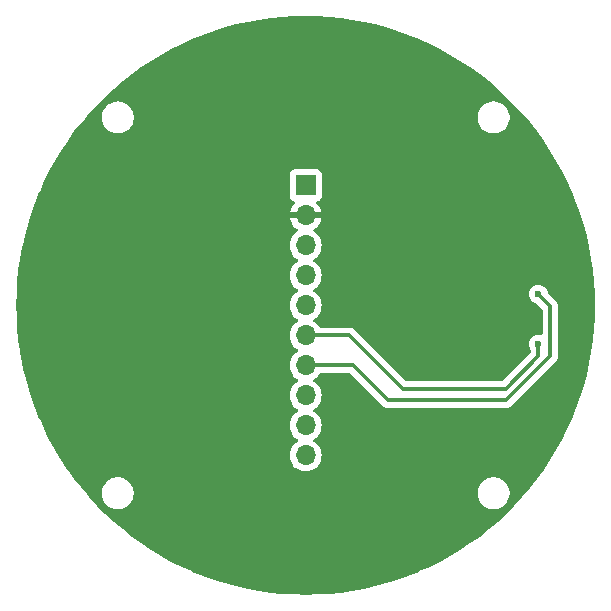
<source format=gbl>
G04 #@! TF.GenerationSoftware,KiCad,Pcbnew,8.0.1*
G04 #@! TF.CreationDate,2024-06-09T19:35:52+05:00*
G04 #@! TF.ProjectId,bno85,626e6f38-352e-46b6-9963-61645f706362,rev?*
G04 #@! TF.SameCoordinates,Original*
G04 #@! TF.FileFunction,Copper,L4,Bot*
G04 #@! TF.FilePolarity,Positive*
%FSLAX46Y46*%
G04 Gerber Fmt 4.6, Leading zero omitted, Abs format (unit mm)*
G04 Created by KiCad (PCBNEW 8.0.1) date 2024-06-09 19:35:52*
%MOMM*%
%LPD*%
G01*
G04 APERTURE LIST*
G04 #@! TA.AperFunction,ComponentPad*
%ADD10R,1.700000X1.700000*%
G04 #@! TD*
G04 #@! TA.AperFunction,ComponentPad*
%ADD11O,1.700000X1.700000*%
G04 #@! TD*
G04 #@! TA.AperFunction,ViaPad*
%ADD12C,0.600000*%
G04 #@! TD*
G04 #@! TA.AperFunction,Conductor*
%ADD13C,0.300000*%
G04 #@! TD*
G04 APERTURE END LIST*
D10*
X207050000Y-86540000D03*
D11*
X207050000Y-89080000D03*
X207050000Y-91619999D03*
X207050000Y-94160000D03*
X207050000Y-96700000D03*
X207050000Y-99240000D03*
X207050000Y-101780000D03*
X207050000Y-104320001D03*
X207050000Y-106860000D03*
X207050000Y-109400000D03*
D12*
X218850000Y-116720000D03*
X216310000Y-78620000D03*
X198530000Y-91320000D03*
X195990000Y-109100000D03*
X203610000Y-109100000D03*
X213770000Y-81160000D03*
X190250000Y-97750000D03*
X216310000Y-106560000D03*
X215000000Y-97600000D03*
X222500000Y-91000000D03*
X217750000Y-100250000D03*
X203610000Y-101480000D03*
X198530000Y-114180000D03*
X195990000Y-101480000D03*
X198530000Y-93860000D03*
X195990000Y-98940000D03*
X185830000Y-86240000D03*
X221390000Y-86240000D03*
X218850000Y-76080000D03*
X195990000Y-114180000D03*
X206150000Y-83700000D03*
X195990000Y-83700000D03*
X193450000Y-93860000D03*
X193450000Y-114180000D03*
X201070000Y-93860000D03*
X206150000Y-73540000D03*
X223930000Y-86240000D03*
X195990000Y-81160000D03*
X211230000Y-78620000D03*
X195990000Y-106560000D03*
X185830000Y-96400000D03*
X198530000Y-104020000D03*
X216310000Y-111640000D03*
X188370000Y-104020000D03*
X185830000Y-106560000D03*
X216310000Y-81160000D03*
X201070000Y-116720000D03*
X218850000Y-78620000D03*
X193450000Y-109100000D03*
X218850000Y-86240000D03*
X201070000Y-76080000D03*
X198530000Y-98940000D03*
X211230000Y-111640000D03*
X198530000Y-96400000D03*
X226470000Y-83700000D03*
X198530000Y-106560000D03*
X193450000Y-111640000D03*
X188370000Y-91320000D03*
X193450000Y-81160000D03*
X188370000Y-83700000D03*
X216310000Y-76080000D03*
X203610000Y-119260000D03*
X211230000Y-96400000D03*
X201070000Y-96400000D03*
X201070000Y-104020000D03*
X203610000Y-104020000D03*
X213770000Y-111640000D03*
X211230000Y-93860000D03*
X198530000Y-81160000D03*
X191650000Y-92600000D03*
X220493948Y-96257566D03*
X221390000Y-78620000D03*
X203610000Y-111640000D03*
X188370000Y-98940000D03*
X218850000Y-88780000D03*
X203610000Y-76080000D03*
X201070000Y-78620000D03*
X209500000Y-89250000D03*
X206150000Y-111640000D03*
X208690000Y-111640000D03*
X195990000Y-116720000D03*
X213770000Y-96400000D03*
X208690000Y-116720000D03*
X226470000Y-91320000D03*
X203610000Y-114180000D03*
X187800000Y-86074999D03*
X188370000Y-101480000D03*
X211230000Y-104020000D03*
X190910000Y-106560000D03*
X213770000Y-114180000D03*
X201070000Y-91320000D03*
X208690000Y-78620000D03*
X216310000Y-116720000D03*
X203610000Y-116720000D03*
X208690000Y-73540000D03*
X218850000Y-111640000D03*
X198530000Y-78620000D03*
X198530000Y-83700000D03*
X213770000Y-78620000D03*
X185830000Y-88780000D03*
X188370000Y-109100000D03*
X190910000Y-88780000D03*
X190910000Y-104020000D03*
X191500000Y-85500000D03*
X203610000Y-106560000D03*
X206150000Y-76080000D03*
X201070000Y-81160000D03*
X185830000Y-101480000D03*
X223930000Y-88780000D03*
X203610000Y-98940000D03*
X221390000Y-88780000D03*
X211230000Y-73540000D03*
X185830000Y-91320000D03*
X183290000Y-96400000D03*
X206150000Y-116720000D03*
X211230000Y-116720000D03*
X190910000Y-83700000D03*
X195990000Y-96400000D03*
X201070000Y-106560000D03*
X226470000Y-86240000D03*
X211230000Y-119260000D03*
X201070000Y-119260000D03*
X206150000Y-119260000D03*
X203610000Y-96400000D03*
X201070000Y-111640000D03*
X195990000Y-111640000D03*
X213770000Y-76080000D03*
X208690000Y-76080000D03*
X206150000Y-78620000D03*
X188370000Y-93860000D03*
X211230000Y-114180000D03*
X213770000Y-119260000D03*
X211230000Y-83700000D03*
X193450000Y-104020000D03*
X195990000Y-104020000D03*
X195990000Y-76080000D03*
X208690000Y-81160000D03*
X213770000Y-116720000D03*
X211230000Y-81160000D03*
X216310000Y-83700000D03*
X195990000Y-88780000D03*
X203610000Y-78620000D03*
X216310000Y-114180000D03*
X213770000Y-98940000D03*
X211230000Y-76080000D03*
X201070000Y-101480000D03*
X208690000Y-114180000D03*
X195990000Y-78620000D03*
X190910000Y-101480000D03*
X223930000Y-106560000D03*
X208690000Y-119260000D03*
X206150000Y-81160000D03*
X198530000Y-109100000D03*
X218850000Y-81160000D03*
X206150000Y-114180000D03*
X221390000Y-83700000D03*
X193450000Y-78620000D03*
X198530000Y-76080000D03*
X198530000Y-116720000D03*
X216310000Y-86240000D03*
X214400000Y-100500000D03*
X193450000Y-106560000D03*
X202500000Y-83250000D03*
X223930000Y-83700000D03*
X208690000Y-83700000D03*
X218850000Y-83700000D03*
X188370000Y-106560000D03*
X201070000Y-98940000D03*
X190910000Y-109100000D03*
X218850000Y-114180000D03*
X193450000Y-98940000D03*
X193450000Y-101480000D03*
X201070000Y-109100000D03*
X229010000Y-91320000D03*
X218850000Y-106560000D03*
X213770000Y-83700000D03*
X198530000Y-101480000D03*
X201070000Y-114180000D03*
X203610000Y-73540000D03*
X198530000Y-111640000D03*
X203610000Y-81160000D03*
X185830000Y-104020000D03*
X226750000Y-100000000D03*
X226750000Y-95750000D03*
D13*
X226750000Y-100000000D02*
X226750000Y-101000000D01*
X224000000Y-103750000D02*
X215250000Y-103750000D01*
X215250000Y-103750000D02*
X210740000Y-99240000D01*
X210740000Y-99240000D02*
X207050000Y-99240000D01*
X226750000Y-101000000D02*
X224000000Y-103750000D01*
X224000000Y-104750000D02*
X214000000Y-104750000D01*
X227750000Y-101000000D02*
X224000000Y-104750000D01*
X211030000Y-101780000D02*
X207050000Y-101780000D01*
X214000000Y-104750000D02*
X211030000Y-101780000D01*
X227750000Y-96750000D02*
X227750000Y-101000000D01*
X226750000Y-95750000D02*
X227750000Y-96750000D01*
G04 #@! TA.AperFunction,Conductor*
G36*
X208034027Y-72220319D02*
G01*
X208038954Y-72220517D01*
X209018919Y-72279794D01*
X209023860Y-72280193D01*
X210000617Y-72378879D01*
X210005551Y-72379478D01*
X210977534Y-72517412D01*
X210982431Y-72518208D01*
X211948078Y-72695170D01*
X211952963Y-72696167D01*
X212910684Y-72911863D01*
X212915511Y-72913053D01*
X213863819Y-73167152D01*
X213868568Y-73168528D01*
X214805844Y-73460594D01*
X214810506Y-73462150D01*
X215735317Y-73791741D01*
X215739942Y-73793496D01*
X216650690Y-74160040D01*
X216655229Y-74161973D01*
X217550476Y-74564891D01*
X217554979Y-74567028D01*
X218433264Y-75005661D01*
X218437664Y-75007970D01*
X219297571Y-75481611D01*
X219301876Y-75484096D01*
X220142031Y-75991986D01*
X220146200Y-75994623D01*
X220965219Y-76535930D01*
X220969320Y-76538760D01*
X221765881Y-77112608D01*
X221769834Y-77115579D01*
X222454371Y-77651880D01*
X222542642Y-77721036D01*
X222546510Y-77724195D01*
X223294250Y-78360225D01*
X223297989Y-78363536D01*
X224019580Y-79029222D01*
X224023181Y-79032682D01*
X224717317Y-79726818D01*
X224720777Y-79730419D01*
X225386463Y-80452010D01*
X225389774Y-80455749D01*
X226025804Y-81203489D01*
X226028963Y-81207357D01*
X226606986Y-81945148D01*
X226634405Y-81980145D01*
X226637396Y-81984126D01*
X227030612Y-82529950D01*
X227211232Y-82780670D01*
X227214069Y-82784780D01*
X227755360Y-83603773D01*
X227758029Y-83607994D01*
X228265897Y-84448113D01*
X228268394Y-84452438D01*
X228742023Y-85312324D01*
X228744344Y-85316746D01*
X229182967Y-86195011D01*
X229185108Y-86199523D01*
X229588014Y-87094743D01*
X229589971Y-87099337D01*
X229956498Y-88010043D01*
X229958267Y-88014709D01*
X230269144Y-88887007D01*
X230287834Y-88939448D01*
X230289415Y-88944186D01*
X230581464Y-89881408D01*
X230582854Y-89886204D01*
X230836943Y-90834477D01*
X230838138Y-90839326D01*
X231053831Y-91797032D01*
X231054830Y-91801925D01*
X231231788Y-92767551D01*
X231232589Y-92772481D01*
X231370519Y-93744436D01*
X231371121Y-93749393D01*
X231469804Y-94726120D01*
X231470206Y-94731098D01*
X231529480Y-95711014D01*
X231529681Y-95716004D01*
X231549449Y-96697503D01*
X231549449Y-96702497D01*
X231529681Y-97683995D01*
X231529480Y-97688985D01*
X231470206Y-98668901D01*
X231469804Y-98673879D01*
X231371121Y-99650606D01*
X231370519Y-99655563D01*
X231232589Y-100627518D01*
X231231788Y-100632448D01*
X231054830Y-101598074D01*
X231053831Y-101602967D01*
X230838138Y-102560673D01*
X230836943Y-102565522D01*
X230582854Y-103513795D01*
X230581464Y-103518591D01*
X230289415Y-104455813D01*
X230287834Y-104460551D01*
X229958269Y-105385287D01*
X229956498Y-105389956D01*
X229589971Y-106300662D01*
X229588014Y-106305256D01*
X229185108Y-107200476D01*
X229182967Y-107204988D01*
X228744344Y-108083253D01*
X228742023Y-108087675D01*
X228268394Y-108947561D01*
X228265897Y-108951886D01*
X227758029Y-109792005D01*
X227755360Y-109796226D01*
X227214069Y-110615219D01*
X227211232Y-110619329D01*
X226637405Y-111415862D01*
X226634405Y-111419854D01*
X226028963Y-112192642D01*
X226025804Y-112196510D01*
X225389774Y-112944250D01*
X225386463Y-112947989D01*
X224720777Y-113669580D01*
X224717317Y-113673181D01*
X224023181Y-114367317D01*
X224019580Y-114370777D01*
X223297989Y-115036463D01*
X223294250Y-115039774D01*
X222546510Y-115675804D01*
X222542642Y-115678963D01*
X221769854Y-116284405D01*
X221765862Y-116287405D01*
X220969329Y-116861232D01*
X220965219Y-116864069D01*
X220146226Y-117405360D01*
X220142005Y-117408029D01*
X219301886Y-117915897D01*
X219297561Y-117918394D01*
X218437675Y-118392023D01*
X218433253Y-118394344D01*
X217554988Y-118832967D01*
X217550476Y-118835108D01*
X216655256Y-119238014D01*
X216650662Y-119239971D01*
X215739956Y-119606498D01*
X215735287Y-119608269D01*
X214810551Y-119937834D01*
X214805813Y-119939415D01*
X213868591Y-120231464D01*
X213863795Y-120232854D01*
X212915522Y-120486943D01*
X212910673Y-120488138D01*
X211952967Y-120703831D01*
X211948074Y-120704830D01*
X210982448Y-120881788D01*
X210977518Y-120882589D01*
X210005563Y-121020519D01*
X210000606Y-121021121D01*
X209023879Y-121119804D01*
X209018901Y-121120206D01*
X208038985Y-121179480D01*
X208033995Y-121179681D01*
X207052497Y-121199449D01*
X207047503Y-121199449D01*
X206066004Y-121179681D01*
X206061014Y-121179480D01*
X205081098Y-121120206D01*
X205076120Y-121119804D01*
X204099393Y-121021121D01*
X204094436Y-121020519D01*
X203122481Y-120882589D01*
X203117551Y-120881788D01*
X202151925Y-120704830D01*
X202147032Y-120703831D01*
X201189326Y-120488138D01*
X201184477Y-120486943D01*
X200236204Y-120232854D01*
X200231408Y-120231464D01*
X199294186Y-119939415D01*
X199289464Y-119937839D01*
X198364709Y-119608267D01*
X198360043Y-119606498D01*
X197449337Y-119239971D01*
X197444743Y-119238014D01*
X196549523Y-118835108D01*
X196545011Y-118832967D01*
X195666746Y-118394344D01*
X195662324Y-118392023D01*
X194802438Y-117918394D01*
X194798113Y-117915897D01*
X194544922Y-117762838D01*
X193957982Y-117408021D01*
X193953786Y-117405368D01*
X193134780Y-116864069D01*
X193130670Y-116861232D01*
X192334137Y-116287405D01*
X192330157Y-116284414D01*
X191557357Y-115678963D01*
X191553489Y-115675804D01*
X190805749Y-115039774D01*
X190802010Y-115036463D01*
X190080419Y-114370777D01*
X190076818Y-114367317D01*
X189382682Y-113673181D01*
X189379222Y-113669580D01*
X188713536Y-112947989D01*
X188710225Y-112944250D01*
X188516235Y-112716188D01*
X189789597Y-112716188D01*
X189822850Y-112926141D01*
X189888541Y-113128316D01*
X189985048Y-113317722D01*
X190109987Y-113489688D01*
X190260310Y-113640011D01*
X190432276Y-113764950D01*
X190432278Y-113764951D01*
X190432281Y-113764953D01*
X190621685Y-113861459D01*
X190823854Y-113927148D01*
X191033810Y-113960402D01*
X191033811Y-113960402D01*
X191246383Y-113960402D01*
X191246384Y-113960402D01*
X191456340Y-113927148D01*
X191658509Y-113861459D01*
X191847913Y-113764953D01*
X191869886Y-113748988D01*
X192019883Y-113640011D01*
X192019885Y-113640008D01*
X192019889Y-113640006D01*
X192170201Y-113489694D01*
X192170203Y-113489690D01*
X192170206Y-113489688D01*
X192295145Y-113317722D01*
X192295144Y-113317722D01*
X192295148Y-113317718D01*
X192391654Y-113128314D01*
X192457343Y-112926145D01*
X192490597Y-112716189D01*
X192490597Y-112716188D01*
X221609402Y-112716188D01*
X221642655Y-112926141D01*
X221708346Y-113128316D01*
X221804853Y-113317722D01*
X221929792Y-113489688D01*
X222080115Y-113640011D01*
X222252081Y-113764950D01*
X222252083Y-113764951D01*
X222252086Y-113764953D01*
X222441490Y-113861459D01*
X222643659Y-113927148D01*
X222853615Y-113960402D01*
X222853616Y-113960402D01*
X223066188Y-113960402D01*
X223066189Y-113960402D01*
X223276145Y-113927148D01*
X223478314Y-113861459D01*
X223667718Y-113764953D01*
X223689691Y-113748988D01*
X223839688Y-113640011D01*
X223839690Y-113640008D01*
X223839694Y-113640006D01*
X223990006Y-113489694D01*
X223990008Y-113489690D01*
X223990011Y-113489688D01*
X224114950Y-113317722D01*
X224114949Y-113317722D01*
X224114953Y-113317718D01*
X224211459Y-113128314D01*
X224277148Y-112926145D01*
X224310402Y-112716189D01*
X224310402Y-112503615D01*
X224277148Y-112293659D01*
X224211459Y-112091490D01*
X224114953Y-111902086D01*
X224114951Y-111902083D01*
X224114950Y-111902081D01*
X223990011Y-111730115D01*
X223839688Y-111579792D01*
X223667722Y-111454853D01*
X223478316Y-111358346D01*
X223478315Y-111358345D01*
X223478314Y-111358345D01*
X223276145Y-111292656D01*
X223276143Y-111292655D01*
X223276142Y-111292655D01*
X223114859Y-111267110D01*
X223066189Y-111259402D01*
X222853615Y-111259402D01*
X222804944Y-111267110D01*
X222643662Y-111292655D01*
X222441487Y-111358346D01*
X222252081Y-111454853D01*
X222080115Y-111579792D01*
X221929792Y-111730115D01*
X221804853Y-111902081D01*
X221708346Y-112091487D01*
X221642655Y-112293662D01*
X221609402Y-112503615D01*
X221609402Y-112716188D01*
X192490597Y-112716188D01*
X192490597Y-112503615D01*
X192457343Y-112293659D01*
X192391654Y-112091490D01*
X192295148Y-111902086D01*
X192295146Y-111902083D01*
X192295145Y-111902081D01*
X192170206Y-111730115D01*
X192019883Y-111579792D01*
X191847917Y-111454853D01*
X191658511Y-111358346D01*
X191658510Y-111358345D01*
X191658509Y-111358345D01*
X191456340Y-111292656D01*
X191456338Y-111292655D01*
X191456337Y-111292655D01*
X191295054Y-111267110D01*
X191246384Y-111259402D01*
X191033810Y-111259402D01*
X190985139Y-111267110D01*
X190823857Y-111292655D01*
X190621682Y-111358346D01*
X190432276Y-111454853D01*
X190260310Y-111579792D01*
X190109987Y-111730115D01*
X189985048Y-111902081D01*
X189888541Y-112091487D01*
X189822850Y-112293662D01*
X189789597Y-112503615D01*
X189789597Y-112716188D01*
X188516235Y-112716188D01*
X188074195Y-112196510D01*
X188071036Y-112192642D01*
X187991786Y-112091487D01*
X187465579Y-111419834D01*
X187462608Y-111415881D01*
X186888760Y-110619320D01*
X186885930Y-110615219D01*
X186769131Y-110438498D01*
X186344623Y-109796200D01*
X186341986Y-109792031D01*
X186104996Y-109400000D01*
X205694341Y-109400000D01*
X205714936Y-109635403D01*
X205714938Y-109635413D01*
X205776094Y-109863655D01*
X205776096Y-109863659D01*
X205776097Y-109863663D01*
X205875965Y-110077830D01*
X205875967Y-110077834D01*
X205984281Y-110232521D01*
X206011505Y-110271401D01*
X206178599Y-110438495D01*
X206275384Y-110506265D01*
X206372165Y-110574032D01*
X206372167Y-110574033D01*
X206372170Y-110574035D01*
X206586337Y-110673903D01*
X206814592Y-110735063D01*
X207002918Y-110751539D01*
X207049999Y-110755659D01*
X207050000Y-110755659D01*
X207050001Y-110755659D01*
X207089234Y-110752226D01*
X207285408Y-110735063D01*
X207513663Y-110673903D01*
X207727830Y-110574035D01*
X207921401Y-110438495D01*
X208088495Y-110271401D01*
X208224035Y-110077830D01*
X208323903Y-109863663D01*
X208385063Y-109635408D01*
X208405659Y-109400000D01*
X208385063Y-109164592D01*
X208327497Y-108949750D01*
X208323905Y-108936344D01*
X208323904Y-108936343D01*
X208323903Y-108936337D01*
X208224035Y-108722171D01*
X208088495Y-108528599D01*
X208088494Y-108528597D01*
X207921402Y-108361506D01*
X207921396Y-108361501D01*
X207735842Y-108231575D01*
X207692217Y-108176998D01*
X207685023Y-108107500D01*
X207716546Y-108045145D01*
X207735842Y-108028425D01*
X207758026Y-108012891D01*
X207921401Y-107898495D01*
X208088495Y-107731401D01*
X208224035Y-107537830D01*
X208323903Y-107323663D01*
X208385063Y-107095408D01*
X208405659Y-106860000D01*
X208385063Y-106624592D01*
X208323903Y-106396337D01*
X208224035Y-106182171D01*
X208088495Y-105988599D01*
X208088494Y-105988597D01*
X207921402Y-105821506D01*
X207921401Y-105821505D01*
X207735842Y-105691575D01*
X207692218Y-105636998D01*
X207685025Y-105567499D01*
X207716547Y-105505145D01*
X207735843Y-105488425D01*
X207861413Y-105400500D01*
X207921401Y-105358496D01*
X208088495Y-105191402D01*
X208224035Y-104997831D01*
X208323903Y-104783664D01*
X208385063Y-104555409D01*
X208405659Y-104320001D01*
X208385063Y-104084593D01*
X208323903Y-103856338D01*
X208224035Y-103642172D01*
X208210753Y-103623202D01*
X208088494Y-103448598D01*
X207921402Y-103281507D01*
X207921401Y-103281506D01*
X207735840Y-103151575D01*
X207692216Y-103096998D01*
X207685023Y-103027499D01*
X207716545Y-102965145D01*
X207735837Y-102948428D01*
X207921401Y-102818495D01*
X208088495Y-102651401D01*
X208206147Y-102483377D01*
X208260724Y-102439752D01*
X208307722Y-102430500D01*
X210709192Y-102430500D01*
X210776231Y-102450185D01*
X210796873Y-102466819D01*
X213585324Y-105255271D01*
X213585327Y-105255274D01*
X213625405Y-105282053D01*
X213691866Y-105326461D01*
X213691872Y-105326464D01*
X213691873Y-105326465D01*
X213810256Y-105375501D01*
X213810260Y-105375501D01*
X213810261Y-105375502D01*
X213935928Y-105400500D01*
X213935931Y-105400500D01*
X224064071Y-105400500D01*
X224148615Y-105383682D01*
X224189744Y-105375501D01*
X224308127Y-105326465D01*
X224308133Y-105326461D01*
X224317055Y-105320500D01*
X224374595Y-105282053D01*
X224414669Y-105255277D01*
X228255277Y-101414669D01*
X228326465Y-101308127D01*
X228375501Y-101189744D01*
X228382512Y-101154499D01*
X228387485Y-101129500D01*
X228400500Y-101064071D01*
X228400500Y-96685928D01*
X228375502Y-96560261D01*
X228375501Y-96560260D01*
X228375501Y-96560256D01*
X228335876Y-96464592D01*
X228335874Y-96464586D01*
X228326469Y-96441880D01*
X228326467Y-96441877D01*
X228326466Y-96441874D01*
X228255277Y-96335331D01*
X228255272Y-96335325D01*
X227571722Y-95651776D01*
X227538237Y-95590453D01*
X227536182Y-95577973D01*
X227535368Y-95570745D01*
X227475789Y-95400478D01*
X227379816Y-95247738D01*
X227252262Y-95120184D01*
X227099523Y-95024211D01*
X226929254Y-94964631D01*
X226929249Y-94964630D01*
X226750004Y-94944435D01*
X226749996Y-94944435D01*
X226570750Y-94964630D01*
X226570745Y-94964631D01*
X226400476Y-95024211D01*
X226247737Y-95120184D01*
X226120184Y-95247737D01*
X226024211Y-95400476D01*
X225964631Y-95570745D01*
X225964630Y-95570750D01*
X225944435Y-95749996D01*
X225944435Y-95750003D01*
X225964630Y-95929249D01*
X225964631Y-95929254D01*
X226024211Y-96099523D01*
X226110176Y-96236335D01*
X226120184Y-96252262D01*
X226247738Y-96379816D01*
X226338080Y-96436582D01*
X226382659Y-96464593D01*
X226400478Y-96475789D01*
X226570745Y-96535368D01*
X226577974Y-96536182D01*
X226642388Y-96563246D01*
X226651776Y-96571722D01*
X227063181Y-96983127D01*
X227096666Y-97044450D01*
X227099500Y-97070808D01*
X227099500Y-99099441D01*
X227079815Y-99166480D01*
X227027011Y-99212235D01*
X226957853Y-99222179D01*
X226934546Y-99216483D01*
X226929257Y-99214632D01*
X226929249Y-99214630D01*
X226750004Y-99194435D01*
X226749996Y-99194435D01*
X226570750Y-99214630D01*
X226570745Y-99214631D01*
X226400476Y-99274211D01*
X226247737Y-99370184D01*
X226120184Y-99497737D01*
X226024211Y-99650476D01*
X225964631Y-99820745D01*
X225964630Y-99820750D01*
X225944435Y-99999996D01*
X225944435Y-100000003D01*
X225964630Y-100179249D01*
X225964631Y-100179254D01*
X226024211Y-100349524D01*
X226080493Y-100439094D01*
X226099500Y-100505067D01*
X226099500Y-100679192D01*
X226079815Y-100746231D01*
X226063181Y-100766873D01*
X223766873Y-103063181D01*
X223705550Y-103096666D01*
X223679192Y-103099500D01*
X215570807Y-103099500D01*
X215503768Y-103079815D01*
X215483126Y-103063181D01*
X211154674Y-98734727D01*
X211154673Y-98734726D01*
X211154669Y-98734723D01*
X211048127Y-98663535D01*
X210929744Y-98614499D01*
X210929738Y-98614497D01*
X210804071Y-98589500D01*
X210804069Y-98589500D01*
X208307721Y-98589500D01*
X208240682Y-98569815D01*
X208206146Y-98536623D01*
X208088494Y-98368597D01*
X207921402Y-98201506D01*
X207921396Y-98201501D01*
X207735842Y-98071575D01*
X207692217Y-98016998D01*
X207685023Y-97947500D01*
X207716546Y-97885145D01*
X207735842Y-97868425D01*
X207758026Y-97852891D01*
X207921401Y-97738495D01*
X208088495Y-97571401D01*
X208224035Y-97377830D01*
X208323903Y-97163663D01*
X208385063Y-96935408D01*
X208405659Y-96700000D01*
X208385063Y-96464592D01*
X208323903Y-96236337D01*
X208224035Y-96022171D01*
X208088495Y-95828599D01*
X208088494Y-95828597D01*
X207921402Y-95661506D01*
X207921396Y-95661501D01*
X207735842Y-95531575D01*
X207692217Y-95476998D01*
X207685023Y-95407500D01*
X207716546Y-95345145D01*
X207735842Y-95328425D01*
X207758026Y-95312891D01*
X207921401Y-95198495D01*
X208088495Y-95031401D01*
X208224035Y-94837830D01*
X208323903Y-94623663D01*
X208385063Y-94395408D01*
X208405659Y-94160000D01*
X208385063Y-93924592D01*
X208323903Y-93696337D01*
X208224035Y-93482171D01*
X208088495Y-93288599D01*
X208088494Y-93288597D01*
X207921402Y-93121506D01*
X207921401Y-93121505D01*
X207735840Y-92991574D01*
X207692216Y-92936997D01*
X207685023Y-92867498D01*
X207716545Y-92805144D01*
X207735837Y-92788427D01*
X207921401Y-92658494D01*
X208088495Y-92491400D01*
X208224035Y-92297829D01*
X208323903Y-92083662D01*
X208385063Y-91855407D01*
X208405659Y-91619999D01*
X208385063Y-91384591D01*
X208323903Y-91156336D01*
X208224035Y-90942170D01*
X208152024Y-90839326D01*
X208088494Y-90748596D01*
X207921402Y-90581505D01*
X207921396Y-90581500D01*
X207735406Y-90451269D01*
X207691781Y-90396692D01*
X207684587Y-90327194D01*
X207716110Y-90264839D01*
X207735405Y-90248119D01*
X207921082Y-90118105D01*
X208088105Y-89951082D01*
X208223600Y-89757578D01*
X208323429Y-89543492D01*
X208323432Y-89543486D01*
X208380636Y-89330000D01*
X207483012Y-89330000D01*
X207515925Y-89272993D01*
X207550000Y-89145826D01*
X207550000Y-89014174D01*
X207515925Y-88887007D01*
X207483012Y-88830000D01*
X208380636Y-88830000D01*
X208380635Y-88829999D01*
X208323432Y-88616513D01*
X208323429Y-88616507D01*
X208223600Y-88402422D01*
X208223599Y-88402420D01*
X208088113Y-88208926D01*
X208088108Y-88208920D01*
X207966053Y-88086865D01*
X207932568Y-88025542D01*
X207937552Y-87955850D01*
X207979424Y-87899917D01*
X208010400Y-87883002D01*
X208142331Y-87833796D01*
X208257546Y-87747546D01*
X208343796Y-87632331D01*
X208394091Y-87497483D01*
X208400500Y-87437873D01*
X208400499Y-85642128D01*
X208394091Y-85582517D01*
X208343796Y-85447669D01*
X208343795Y-85447668D01*
X208343793Y-85447664D01*
X208257547Y-85332455D01*
X208257544Y-85332452D01*
X208142335Y-85246206D01*
X208142328Y-85246202D01*
X208007482Y-85195908D01*
X208007483Y-85195908D01*
X207947883Y-85189501D01*
X207947881Y-85189500D01*
X207947873Y-85189500D01*
X207947864Y-85189500D01*
X206152129Y-85189500D01*
X206152123Y-85189501D01*
X206092516Y-85195908D01*
X205957671Y-85246202D01*
X205957664Y-85246206D01*
X205842455Y-85332452D01*
X205842452Y-85332455D01*
X205756206Y-85447664D01*
X205756202Y-85447671D01*
X205705908Y-85582517D01*
X205699501Y-85642116D01*
X205699501Y-85642123D01*
X205699500Y-85642135D01*
X205699500Y-87437870D01*
X205699501Y-87437876D01*
X205705908Y-87497483D01*
X205756202Y-87632328D01*
X205756206Y-87632335D01*
X205842452Y-87747544D01*
X205842455Y-87747547D01*
X205957664Y-87833793D01*
X205957671Y-87833797D01*
X205957674Y-87833798D01*
X206089598Y-87883002D01*
X206145531Y-87924873D01*
X206169949Y-87990337D01*
X206155098Y-88058610D01*
X206133947Y-88086865D01*
X206011886Y-88208926D01*
X205876400Y-88402420D01*
X205876399Y-88402422D01*
X205776570Y-88616507D01*
X205776567Y-88616513D01*
X205719364Y-88829999D01*
X205719364Y-88830000D01*
X206616988Y-88830000D01*
X206584075Y-88887007D01*
X206550000Y-89014174D01*
X206550000Y-89145826D01*
X206584075Y-89272993D01*
X206616988Y-89330000D01*
X205719364Y-89330000D01*
X205776567Y-89543486D01*
X205776570Y-89543492D01*
X205876399Y-89757578D01*
X206011894Y-89951082D01*
X206178917Y-90118105D01*
X206364594Y-90248119D01*
X206408219Y-90302697D01*
X206415411Y-90372195D01*
X206383889Y-90434550D01*
X206364594Y-90451269D01*
X206178594Y-90581507D01*
X206011505Y-90748596D01*
X205875965Y-90942168D01*
X205875964Y-90942170D01*
X205776098Y-91156334D01*
X205776094Y-91156343D01*
X205714938Y-91384585D01*
X205714936Y-91384595D01*
X205694341Y-91619998D01*
X205694341Y-91619999D01*
X205714936Y-91855402D01*
X205714938Y-91855412D01*
X205776094Y-92083654D01*
X205776096Y-92083658D01*
X205776097Y-92083662D01*
X205875965Y-92297829D01*
X205875967Y-92297833D01*
X206011501Y-92491394D01*
X206011506Y-92491401D01*
X206178597Y-92658492D01*
X206178603Y-92658497D01*
X206364158Y-92788424D01*
X206407783Y-92843001D01*
X206414977Y-92912499D01*
X206383454Y-92974854D01*
X206364159Y-92991574D01*
X206178594Y-93121508D01*
X206011505Y-93288597D01*
X205875965Y-93482169D01*
X205875964Y-93482171D01*
X205776098Y-93696335D01*
X205776094Y-93696344D01*
X205714938Y-93924586D01*
X205714936Y-93924596D01*
X205694341Y-94159999D01*
X205694341Y-94160000D01*
X205714936Y-94395403D01*
X205714938Y-94395413D01*
X205776094Y-94623655D01*
X205776096Y-94623659D01*
X205776097Y-94623663D01*
X205826195Y-94731098D01*
X205875965Y-94837830D01*
X205875967Y-94837834D01*
X206011501Y-95031395D01*
X206011506Y-95031402D01*
X206178597Y-95198493D01*
X206178603Y-95198498D01*
X206364158Y-95328425D01*
X206407783Y-95383002D01*
X206414977Y-95452500D01*
X206383454Y-95514855D01*
X206364158Y-95531575D01*
X206178597Y-95661505D01*
X206011505Y-95828597D01*
X205875965Y-96022169D01*
X205875964Y-96022171D01*
X205776098Y-96236335D01*
X205776094Y-96236344D01*
X205714938Y-96464586D01*
X205714937Y-96464590D01*
X205714937Y-96464592D01*
X205713957Y-96475789D01*
X205694341Y-96699999D01*
X205694341Y-96700000D01*
X205714936Y-96935403D01*
X205714938Y-96935413D01*
X205776094Y-97163655D01*
X205776096Y-97163659D01*
X205776097Y-97163663D01*
X205875965Y-97377830D01*
X205875967Y-97377834D01*
X206011501Y-97571395D01*
X206011506Y-97571402D01*
X206178597Y-97738493D01*
X206178603Y-97738498D01*
X206364158Y-97868425D01*
X206407783Y-97923002D01*
X206414977Y-97992500D01*
X206383454Y-98054855D01*
X206364158Y-98071575D01*
X206178597Y-98201505D01*
X206011505Y-98368597D01*
X205875965Y-98562169D01*
X205875964Y-98562171D01*
X205776098Y-98776335D01*
X205776094Y-98776344D01*
X205714938Y-99004586D01*
X205714936Y-99004596D01*
X205694341Y-99239999D01*
X205694341Y-99240000D01*
X205714936Y-99475403D01*
X205714938Y-99475413D01*
X205776094Y-99703655D01*
X205776096Y-99703659D01*
X205776097Y-99703663D01*
X205830696Y-99820750D01*
X205875965Y-99917830D01*
X205875967Y-99917834D01*
X205893853Y-99943377D01*
X206011501Y-100111396D01*
X206011506Y-100111402D01*
X206178597Y-100278493D01*
X206178603Y-100278498D01*
X206364158Y-100408425D01*
X206407783Y-100463002D01*
X206414977Y-100532500D01*
X206383454Y-100594855D01*
X206364158Y-100611575D01*
X206178597Y-100741505D01*
X206011505Y-100908597D01*
X205875965Y-101102169D01*
X205875964Y-101102171D01*
X205776098Y-101316335D01*
X205776094Y-101316344D01*
X205714938Y-101544586D01*
X205714936Y-101544596D01*
X205694341Y-101779999D01*
X205694341Y-101780000D01*
X205714936Y-102015403D01*
X205714938Y-102015413D01*
X205776094Y-102243655D01*
X205776096Y-102243659D01*
X205776097Y-102243663D01*
X205863221Y-102430500D01*
X205875965Y-102457830D01*
X205875967Y-102457834D01*
X205951372Y-102565522D01*
X206011501Y-102651396D01*
X206011506Y-102651402D01*
X206178597Y-102818493D01*
X206178603Y-102818498D01*
X206364158Y-102948425D01*
X206407783Y-103003002D01*
X206414977Y-103072500D01*
X206383454Y-103134855D01*
X206364159Y-103151575D01*
X206178594Y-103281509D01*
X206011505Y-103448598D01*
X205875965Y-103642170D01*
X205875964Y-103642172D01*
X205776098Y-103856336D01*
X205776094Y-103856345D01*
X205714938Y-104084587D01*
X205714936Y-104084597D01*
X205694341Y-104320000D01*
X205694341Y-104320001D01*
X205714936Y-104555404D01*
X205714938Y-104555414D01*
X205776094Y-104783656D01*
X205776096Y-104783660D01*
X205776097Y-104783664D01*
X205875965Y-104997831D01*
X205875967Y-104997835D01*
X206011501Y-105191396D01*
X206011506Y-105191403D01*
X206178597Y-105358494D01*
X206178603Y-105358499D01*
X206364157Y-105488425D01*
X206407782Y-105543002D01*
X206414976Y-105612500D01*
X206383453Y-105674855D01*
X206364158Y-105691575D01*
X206178594Y-105821508D01*
X206011505Y-105988597D01*
X205875965Y-106182169D01*
X205875964Y-106182171D01*
X205776098Y-106396335D01*
X205776094Y-106396344D01*
X205714938Y-106624586D01*
X205714936Y-106624596D01*
X205694341Y-106859999D01*
X205694341Y-106860000D01*
X205714936Y-107095403D01*
X205714938Y-107095413D01*
X205776094Y-107323655D01*
X205776096Y-107323659D01*
X205776097Y-107323663D01*
X205875965Y-107537830D01*
X205875967Y-107537834D01*
X206011501Y-107731395D01*
X206011506Y-107731402D01*
X206178597Y-107898493D01*
X206178603Y-107898498D01*
X206364158Y-108028425D01*
X206407783Y-108083002D01*
X206414977Y-108152500D01*
X206383454Y-108214855D01*
X206364158Y-108231575D01*
X206178597Y-108361505D01*
X206011505Y-108528597D01*
X205875965Y-108722169D01*
X205875964Y-108722171D01*
X205776098Y-108936335D01*
X205776094Y-108936344D01*
X205714938Y-109164586D01*
X205714936Y-109164596D01*
X205694341Y-109399999D01*
X205694341Y-109400000D01*
X186104996Y-109400000D01*
X185834096Y-108951876D01*
X185831605Y-108947561D01*
X185508803Y-108361506D01*
X185357970Y-108087664D01*
X185355655Y-108083253D01*
X184917032Y-107204988D01*
X184914891Y-107200476D01*
X184867604Y-107095408D01*
X184511973Y-106305229D01*
X184510040Y-106300690D01*
X184143496Y-105389942D01*
X184141741Y-105385317D01*
X183812150Y-104460506D01*
X183810594Y-104455844D01*
X183518528Y-103518568D01*
X183517152Y-103513819D01*
X183263053Y-102565511D01*
X183261861Y-102560673D01*
X183240723Y-102466819D01*
X183046167Y-101602963D01*
X183045169Y-101598074D01*
X183035367Y-101544586D01*
X182868208Y-100632431D01*
X182867410Y-100627518D01*
X182864351Y-100605965D01*
X182729478Y-99655551D01*
X182728878Y-99650606D01*
X182713433Y-99497737D01*
X182630193Y-98673860D01*
X182629793Y-98668901D01*
X182570517Y-97688954D01*
X182570319Y-97684027D01*
X182550550Y-96702482D01*
X182550550Y-96697503D01*
X182550783Y-96685928D01*
X182570319Y-95715970D01*
X182570517Y-95711047D01*
X182629794Y-94731076D01*
X182630195Y-94726120D01*
X182632949Y-94698868D01*
X182728879Y-93749376D01*
X182729480Y-93744436D01*
X182867413Y-92772457D01*
X182868206Y-92767576D01*
X183045171Y-91801911D01*
X183046168Y-91797032D01*
X183086039Y-91619999D01*
X183261866Y-90839304D01*
X183263056Y-90834477D01*
X183517155Y-89886167D01*
X183518524Y-89881444D01*
X183810599Y-88944140D01*
X183812144Y-88939508D01*
X184141747Y-88014665D01*
X184143489Y-88010073D01*
X184510047Y-87099291D01*
X184511965Y-87094788D01*
X184914903Y-86199496D01*
X184917018Y-86195039D01*
X185355671Y-85316714D01*
X185357959Y-85312355D01*
X185831623Y-84452406D01*
X185834083Y-84448144D01*
X186342000Y-83607946D01*
X186344608Y-83603821D01*
X186885952Y-82784747D01*
X186888744Y-82780702D01*
X187462626Y-81984093D01*
X187465561Y-81980188D01*
X188071053Y-81207335D01*
X188074176Y-81203511D01*
X188335419Y-80896384D01*
X189789597Y-80896384D01*
X189822851Y-81106340D01*
X189855039Y-81205405D01*
X189888541Y-81308511D01*
X189985048Y-81497917D01*
X190109987Y-81669883D01*
X190260310Y-81820206D01*
X190432276Y-81945145D01*
X190432278Y-81945146D01*
X190432281Y-81945148D01*
X190621685Y-82041654D01*
X190823854Y-82107343D01*
X191033810Y-82140597D01*
X191033811Y-82140597D01*
X191246383Y-82140597D01*
X191246384Y-82140597D01*
X191456340Y-82107343D01*
X191658509Y-82041654D01*
X191847913Y-81945148D01*
X191869886Y-81929183D01*
X192019883Y-81820206D01*
X192019885Y-81820203D01*
X192019889Y-81820201D01*
X192170201Y-81669889D01*
X192170203Y-81669885D01*
X192170206Y-81669883D01*
X192295145Y-81497917D01*
X192295144Y-81497917D01*
X192295148Y-81497913D01*
X192391654Y-81308509D01*
X192457343Y-81106340D01*
X192490597Y-80896384D01*
X221609402Y-80896384D01*
X221642656Y-81106340D01*
X221674844Y-81205405D01*
X221708346Y-81308511D01*
X221804853Y-81497917D01*
X221929792Y-81669883D01*
X222080115Y-81820206D01*
X222252081Y-81945145D01*
X222252083Y-81945146D01*
X222252086Y-81945148D01*
X222441490Y-82041654D01*
X222643659Y-82107343D01*
X222853615Y-82140597D01*
X222853616Y-82140597D01*
X223066188Y-82140597D01*
X223066189Y-82140597D01*
X223276145Y-82107343D01*
X223478314Y-82041654D01*
X223667718Y-81945148D01*
X223689691Y-81929183D01*
X223839688Y-81820206D01*
X223839690Y-81820203D01*
X223839694Y-81820201D01*
X223990006Y-81669889D01*
X223990008Y-81669885D01*
X223990011Y-81669883D01*
X224114950Y-81497917D01*
X224114949Y-81497917D01*
X224114953Y-81497913D01*
X224211459Y-81308509D01*
X224277148Y-81106340D01*
X224310402Y-80896384D01*
X224310402Y-80683810D01*
X224277148Y-80473854D01*
X224211459Y-80271685D01*
X224114953Y-80082281D01*
X224114951Y-80082278D01*
X224114950Y-80082276D01*
X223990011Y-79910310D01*
X223839688Y-79759987D01*
X223667722Y-79635048D01*
X223478316Y-79538541D01*
X223478315Y-79538540D01*
X223478314Y-79538540D01*
X223276145Y-79472851D01*
X223276143Y-79472850D01*
X223276142Y-79472850D01*
X223114859Y-79447305D01*
X223066189Y-79439597D01*
X222853615Y-79439597D01*
X222804944Y-79447305D01*
X222643662Y-79472850D01*
X222441487Y-79538541D01*
X222252081Y-79635048D01*
X222080115Y-79759987D01*
X221929792Y-79910310D01*
X221804853Y-80082276D01*
X221708346Y-80271682D01*
X221642655Y-80473857D01*
X221609402Y-80683810D01*
X221609402Y-80896384D01*
X192490597Y-80896384D01*
X192490597Y-80683810D01*
X192457343Y-80473854D01*
X192391654Y-80271685D01*
X192295148Y-80082281D01*
X192295146Y-80082278D01*
X192295145Y-80082276D01*
X192170206Y-79910310D01*
X192019883Y-79759987D01*
X191847917Y-79635048D01*
X191658511Y-79538541D01*
X191658510Y-79538540D01*
X191658509Y-79538540D01*
X191456340Y-79472851D01*
X191456338Y-79472850D01*
X191456337Y-79472850D01*
X191295054Y-79447305D01*
X191246384Y-79439597D01*
X191033810Y-79439597D01*
X190985139Y-79447305D01*
X190823857Y-79472850D01*
X190621682Y-79538541D01*
X190432276Y-79635048D01*
X190260310Y-79759987D01*
X190109987Y-79910310D01*
X189985048Y-80082276D01*
X189888541Y-80271682D01*
X189822850Y-80473857D01*
X189789597Y-80683810D01*
X189789597Y-80896384D01*
X188335419Y-80896384D01*
X188710232Y-80455740D01*
X188713536Y-80452010D01*
X189379245Y-79730394D01*
X189382657Y-79726843D01*
X190076843Y-79032657D01*
X190080394Y-79029245D01*
X190802018Y-78363528D01*
X190805749Y-78360225D01*
X191553511Y-77724176D01*
X191557335Y-77721053D01*
X192330188Y-77115561D01*
X192334093Y-77112626D01*
X193130702Y-76538744D01*
X193134747Y-76535952D01*
X193953821Y-75994608D01*
X193957946Y-75992000D01*
X194798144Y-75484083D01*
X194802406Y-75481623D01*
X195662355Y-75007959D01*
X195666714Y-75005671D01*
X196545039Y-74567018D01*
X196549496Y-74564903D01*
X197444788Y-74161965D01*
X197449291Y-74160047D01*
X198360073Y-73793489D01*
X198364665Y-73791747D01*
X199289508Y-73462144D01*
X199294140Y-73460599D01*
X200231444Y-73168524D01*
X200236167Y-73167155D01*
X201184499Y-72913050D01*
X201189304Y-72911866D01*
X202147046Y-72696165D01*
X202151911Y-72695171D01*
X203117576Y-72518206D01*
X203122457Y-72517413D01*
X204094454Y-72379477D01*
X204099376Y-72378879D01*
X205076143Y-72280193D01*
X205081076Y-72279794D01*
X206061047Y-72220517D01*
X206065970Y-72220319D01*
X207047518Y-72200550D01*
X207052482Y-72200550D01*
X208034027Y-72220319D01*
G37*
G04 #@! TD.AperFunction*
M02*

</source>
